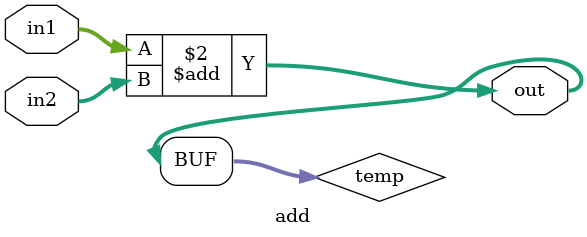
<source format=v>
/* 
Author: Mehran Goli
Version: 1.0
Date: 17-8-2019
*/
module add(in1,in2,out);
				
	//`include "parameter.v"
	
	input  [11:0] in1,in2; 
	output [11:0] out; 

	reg [11:0]temp ;
	
////////////////////////////////////////////////////////////////////////////////////////////

	always @ (in1,in2) begin
		temp=in1+in2;
	end

	assign out = temp;
/////////////////////////////////////////////////////////////////////////////////////////////////	

endmodule

</source>
